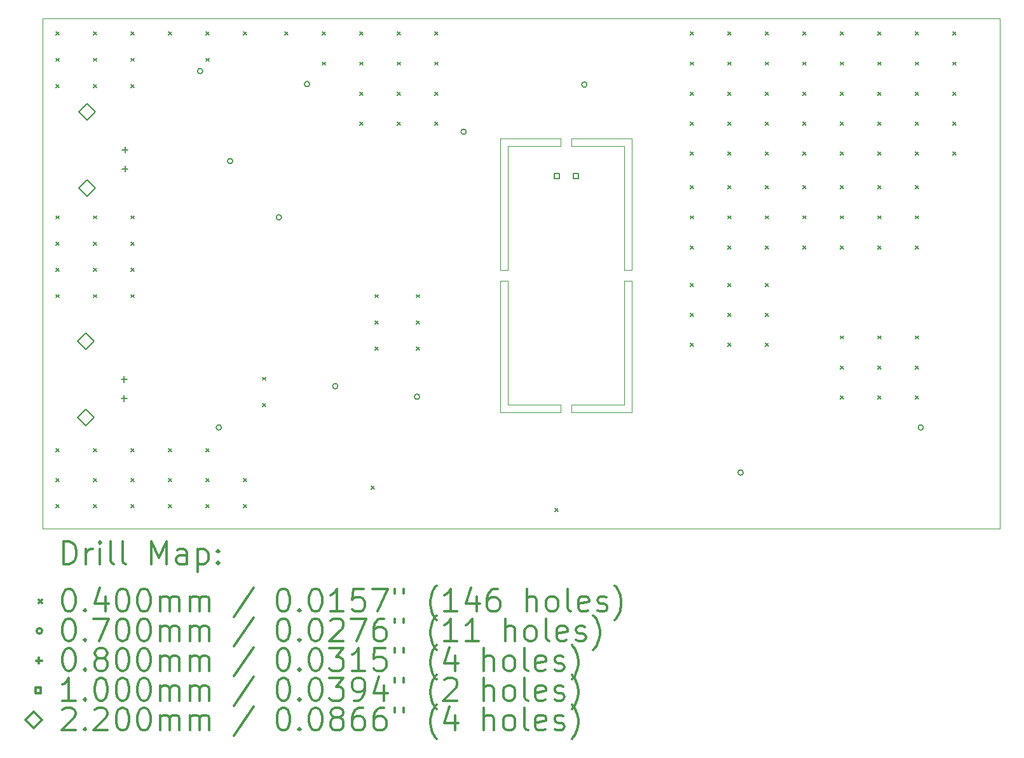
<source format=gbr>
%FSLAX45Y45*%
G04 Gerber Fmt 4.5, Leading zero omitted, Abs format (unit mm)*
G04 Created by KiCad (PCBNEW 5.1.12-unknown-nightly-202202221509) date 2022-06-26 13:05:55*
%MOMM*%
%LPD*%
G01*
G04 APERTURE LIST*
%TA.AperFunction,Profile*%
%ADD10C,0.100000*%
%TD*%
%ADD11C,0.200000*%
%ADD12C,0.300000*%
G04 APERTURE END LIST*
D10*
X15150000Y-9900000D02*
X14450000Y-9900000D01*
X14350000Y-10000000D02*
X15150000Y-10000000D01*
X14450000Y-8250000D02*
X14350000Y-8250000D01*
X15150000Y-10000000D02*
X15150000Y-9900000D01*
X14450000Y-9900000D02*
X14450000Y-8250000D01*
X14350000Y-8250000D02*
X14350000Y-10000000D01*
X16000000Y-6450000D02*
X16000000Y-8100000D01*
X15300000Y-6350000D02*
X15300000Y-6450000D01*
X16100000Y-6350000D02*
X15300000Y-6350000D01*
X16000000Y-8100000D02*
X16100000Y-8100000D01*
X16100000Y-8100000D02*
X16100000Y-6350000D01*
X15300000Y-6450000D02*
X16000000Y-6450000D01*
X16000000Y-9900000D02*
X16000000Y-8250000D01*
X15300000Y-10000000D02*
X15300000Y-9900000D01*
X15300000Y-9900000D02*
X16000000Y-9900000D01*
X16000000Y-8250000D02*
X16100000Y-8250000D01*
X16100000Y-8250000D02*
X16100000Y-10000000D01*
X16100000Y-10000000D02*
X15300000Y-10000000D01*
X15150000Y-6350000D02*
X15150000Y-6450000D01*
X14350000Y-6350000D02*
X15150000Y-6350000D01*
X14350000Y-8100000D02*
X14350000Y-6350000D01*
X14450000Y-8100000D02*
X14350000Y-8100000D01*
X14450000Y-6450000D02*
X14450000Y-8100000D01*
X15150000Y-6450000D02*
X14450000Y-6450000D01*
X21000000Y-4750000D02*
X21000000Y-11550000D01*
X8250000Y-4750000D02*
X21000000Y-4750000D01*
X8250000Y-11550000D02*
X8250000Y-4750000D01*
X21000000Y-11550000D02*
X8250000Y-11550000D01*
D11*
X8430000Y-4930000D02*
X8470000Y-4970000D01*
X8470000Y-4930000D02*
X8430000Y-4970000D01*
X8430000Y-5280000D02*
X8470000Y-5320000D01*
X8470000Y-5280000D02*
X8430000Y-5320000D01*
X8430000Y-5630000D02*
X8470000Y-5670000D01*
X8470000Y-5630000D02*
X8430000Y-5670000D01*
X8430000Y-7380000D02*
X8470000Y-7420000D01*
X8470000Y-7380000D02*
X8430000Y-7420000D01*
X8430000Y-7730000D02*
X8470000Y-7770000D01*
X8470000Y-7730000D02*
X8430000Y-7770000D01*
X8430000Y-8080000D02*
X8470000Y-8120000D01*
X8470000Y-8080000D02*
X8430000Y-8120000D01*
X8430000Y-8430000D02*
X8470000Y-8470000D01*
X8470000Y-8430000D02*
X8430000Y-8470000D01*
X8430000Y-10480000D02*
X8470000Y-10520000D01*
X8470000Y-10480000D02*
X8430000Y-10520000D01*
X8430000Y-10880000D02*
X8470000Y-10920000D01*
X8470000Y-10880000D02*
X8430000Y-10920000D01*
X8430000Y-11230000D02*
X8470000Y-11270000D01*
X8470000Y-11230000D02*
X8430000Y-11270000D01*
X8930000Y-4930000D02*
X8970000Y-4970000D01*
X8970000Y-4930000D02*
X8930000Y-4970000D01*
X8930000Y-5280000D02*
X8970000Y-5320000D01*
X8970000Y-5280000D02*
X8930000Y-5320000D01*
X8930000Y-5630000D02*
X8970000Y-5670000D01*
X8970000Y-5630000D02*
X8930000Y-5670000D01*
X8930000Y-7380000D02*
X8970000Y-7420000D01*
X8970000Y-7380000D02*
X8930000Y-7420000D01*
X8930000Y-7730000D02*
X8970000Y-7770000D01*
X8970000Y-7730000D02*
X8930000Y-7770000D01*
X8930000Y-8080000D02*
X8970000Y-8120000D01*
X8970000Y-8080000D02*
X8930000Y-8120000D01*
X8930000Y-8430000D02*
X8970000Y-8470000D01*
X8970000Y-8430000D02*
X8930000Y-8470000D01*
X8930000Y-10480000D02*
X8970000Y-10520000D01*
X8970000Y-10480000D02*
X8930000Y-10520000D01*
X8930000Y-10880000D02*
X8970000Y-10920000D01*
X8970000Y-10880000D02*
X8930000Y-10920000D01*
X8930000Y-11230000D02*
X8970000Y-11270000D01*
X8970000Y-11230000D02*
X8930000Y-11270000D01*
X9430000Y-4930000D02*
X9470000Y-4970000D01*
X9470000Y-4930000D02*
X9430000Y-4970000D01*
X9430000Y-5280000D02*
X9470000Y-5320000D01*
X9470000Y-5280000D02*
X9430000Y-5320000D01*
X9430000Y-5630000D02*
X9470000Y-5670000D01*
X9470000Y-5630000D02*
X9430000Y-5670000D01*
X9430000Y-7380000D02*
X9470000Y-7420000D01*
X9470000Y-7380000D02*
X9430000Y-7420000D01*
X9430000Y-7730000D02*
X9470000Y-7770000D01*
X9470000Y-7730000D02*
X9430000Y-7770000D01*
X9430000Y-8080000D02*
X9470000Y-8120000D01*
X9470000Y-8080000D02*
X9430000Y-8120000D01*
X9430000Y-8430000D02*
X9470000Y-8470000D01*
X9470000Y-8430000D02*
X9430000Y-8470000D01*
X9430000Y-10480000D02*
X9470000Y-10520000D01*
X9470000Y-10480000D02*
X9430000Y-10520000D01*
X9430000Y-10880000D02*
X9470000Y-10920000D01*
X9470000Y-10880000D02*
X9430000Y-10920000D01*
X9430000Y-11230000D02*
X9470000Y-11270000D01*
X9470000Y-11230000D02*
X9430000Y-11270000D01*
X9930000Y-4930000D02*
X9970000Y-4970000D01*
X9970000Y-4930000D02*
X9930000Y-4970000D01*
X9930000Y-10480000D02*
X9970000Y-10520000D01*
X9970000Y-10480000D02*
X9930000Y-10520000D01*
X9930000Y-10880000D02*
X9970000Y-10920000D01*
X9970000Y-10880000D02*
X9930000Y-10920000D01*
X9930000Y-11230000D02*
X9970000Y-11270000D01*
X9970000Y-11230000D02*
X9930000Y-11270000D01*
X10430000Y-4930000D02*
X10470000Y-4970000D01*
X10470000Y-4930000D02*
X10430000Y-4970000D01*
X10430000Y-5280000D02*
X10470000Y-5320000D01*
X10470000Y-5280000D02*
X10430000Y-5320000D01*
X10430000Y-10480000D02*
X10470000Y-10520000D01*
X10470000Y-10480000D02*
X10430000Y-10520000D01*
X10430000Y-10880000D02*
X10470000Y-10920000D01*
X10470000Y-10880000D02*
X10430000Y-10920000D01*
X10430000Y-11230000D02*
X10470000Y-11270000D01*
X10470000Y-11230000D02*
X10430000Y-11270000D01*
X10930000Y-4930000D02*
X10970000Y-4970000D01*
X10970000Y-4930000D02*
X10930000Y-4970000D01*
X10930000Y-10880000D02*
X10970000Y-10920000D01*
X10970000Y-10880000D02*
X10930000Y-10920000D01*
X10930000Y-11230000D02*
X10970000Y-11270000D01*
X10970000Y-11230000D02*
X10930000Y-11270000D01*
X11180000Y-9530000D02*
X11220000Y-9570000D01*
X11220000Y-9530000D02*
X11180000Y-9570000D01*
X11180000Y-9880000D02*
X11220000Y-9920000D01*
X11220000Y-9880000D02*
X11180000Y-9920000D01*
X11480000Y-4930000D02*
X11520000Y-4970000D01*
X11520000Y-4930000D02*
X11480000Y-4970000D01*
X11980000Y-4930000D02*
X12020000Y-4970000D01*
X12020000Y-4930000D02*
X11980000Y-4970000D01*
X11980000Y-5330000D02*
X12020000Y-5370000D01*
X12020000Y-5330000D02*
X11980000Y-5370000D01*
X12480000Y-4930000D02*
X12520000Y-4970000D01*
X12520000Y-4930000D02*
X12480000Y-4970000D01*
X12480000Y-5330000D02*
X12520000Y-5370000D01*
X12520000Y-5330000D02*
X12480000Y-5370000D01*
X12480000Y-5730000D02*
X12520000Y-5770000D01*
X12520000Y-5730000D02*
X12480000Y-5770000D01*
X12480000Y-6130000D02*
X12520000Y-6170000D01*
X12520000Y-6130000D02*
X12480000Y-6170000D01*
X12630000Y-10980000D02*
X12670000Y-11020000D01*
X12670000Y-10980000D02*
X12630000Y-11020000D01*
X12680000Y-8430000D02*
X12720000Y-8470000D01*
X12720000Y-8430000D02*
X12680000Y-8470000D01*
X12680000Y-8780000D02*
X12720000Y-8820000D01*
X12720000Y-8780000D02*
X12680000Y-8820000D01*
X12680000Y-9130000D02*
X12720000Y-9170000D01*
X12720000Y-9130000D02*
X12680000Y-9170000D01*
X12980000Y-4930000D02*
X13020000Y-4970000D01*
X13020000Y-4930000D02*
X12980000Y-4970000D01*
X12980000Y-5330000D02*
X13020000Y-5370000D01*
X13020000Y-5330000D02*
X12980000Y-5370000D01*
X12980000Y-5730000D02*
X13020000Y-5770000D01*
X13020000Y-5730000D02*
X12980000Y-5770000D01*
X12980000Y-6130000D02*
X13020000Y-6170000D01*
X13020000Y-6130000D02*
X12980000Y-6170000D01*
X13230000Y-8430000D02*
X13270000Y-8470000D01*
X13270000Y-8430000D02*
X13230000Y-8470000D01*
X13230000Y-8780000D02*
X13270000Y-8820000D01*
X13270000Y-8780000D02*
X13230000Y-8820000D01*
X13230000Y-9130000D02*
X13270000Y-9170000D01*
X13270000Y-9130000D02*
X13230000Y-9170000D01*
X13480000Y-4930000D02*
X13520000Y-4970000D01*
X13520000Y-4930000D02*
X13480000Y-4970000D01*
X13480000Y-5330000D02*
X13520000Y-5370000D01*
X13520000Y-5330000D02*
X13480000Y-5370000D01*
X13480000Y-5730000D02*
X13520000Y-5770000D01*
X13520000Y-5730000D02*
X13480000Y-5770000D01*
X13480000Y-6130000D02*
X13520000Y-6170000D01*
X13520000Y-6130000D02*
X13480000Y-6170000D01*
X15080000Y-11280000D02*
X15120000Y-11320000D01*
X15120000Y-11280000D02*
X15080000Y-11320000D01*
X16880000Y-4930000D02*
X16920000Y-4970000D01*
X16920000Y-4930000D02*
X16880000Y-4970000D01*
X16880000Y-5330000D02*
X16920000Y-5370000D01*
X16920000Y-5330000D02*
X16880000Y-5370000D01*
X16880000Y-5730000D02*
X16920000Y-5770000D01*
X16920000Y-5730000D02*
X16880000Y-5770000D01*
X16880000Y-6130000D02*
X16920000Y-6170000D01*
X16920000Y-6130000D02*
X16880000Y-6170000D01*
X16880000Y-6530000D02*
X16920000Y-6570000D01*
X16920000Y-6530000D02*
X16880000Y-6570000D01*
X16880000Y-6980000D02*
X16920000Y-7020000D01*
X16920000Y-6980000D02*
X16880000Y-7020000D01*
X16880000Y-7380000D02*
X16920000Y-7420000D01*
X16920000Y-7380000D02*
X16880000Y-7420000D01*
X16880000Y-7780000D02*
X16920000Y-7820000D01*
X16920000Y-7780000D02*
X16880000Y-7820000D01*
X16880000Y-8280000D02*
X16920000Y-8320000D01*
X16920000Y-8280000D02*
X16880000Y-8320000D01*
X16880000Y-8680000D02*
X16920000Y-8720000D01*
X16920000Y-8680000D02*
X16880000Y-8720000D01*
X16880000Y-9080000D02*
X16920000Y-9120000D01*
X16920000Y-9080000D02*
X16880000Y-9120000D01*
X17380000Y-4930000D02*
X17420000Y-4970000D01*
X17420000Y-4930000D02*
X17380000Y-4970000D01*
X17380000Y-5330000D02*
X17420000Y-5370000D01*
X17420000Y-5330000D02*
X17380000Y-5370000D01*
X17380000Y-5730000D02*
X17420000Y-5770000D01*
X17420000Y-5730000D02*
X17380000Y-5770000D01*
X17380000Y-6130000D02*
X17420000Y-6170000D01*
X17420000Y-6130000D02*
X17380000Y-6170000D01*
X17380000Y-6530000D02*
X17420000Y-6570000D01*
X17420000Y-6530000D02*
X17380000Y-6570000D01*
X17380000Y-6980000D02*
X17420000Y-7020000D01*
X17420000Y-6980000D02*
X17380000Y-7020000D01*
X17380000Y-7380000D02*
X17420000Y-7420000D01*
X17420000Y-7380000D02*
X17380000Y-7420000D01*
X17380000Y-7780000D02*
X17420000Y-7820000D01*
X17420000Y-7780000D02*
X17380000Y-7820000D01*
X17380000Y-8280000D02*
X17420000Y-8320000D01*
X17420000Y-8280000D02*
X17380000Y-8320000D01*
X17380000Y-8680000D02*
X17420000Y-8720000D01*
X17420000Y-8680000D02*
X17380000Y-8720000D01*
X17380000Y-9080000D02*
X17420000Y-9120000D01*
X17420000Y-9080000D02*
X17380000Y-9120000D01*
X17880000Y-4930000D02*
X17920000Y-4970000D01*
X17920000Y-4930000D02*
X17880000Y-4970000D01*
X17880000Y-5330000D02*
X17920000Y-5370000D01*
X17920000Y-5330000D02*
X17880000Y-5370000D01*
X17880000Y-5730000D02*
X17920000Y-5770000D01*
X17920000Y-5730000D02*
X17880000Y-5770000D01*
X17880000Y-6130000D02*
X17920000Y-6170000D01*
X17920000Y-6130000D02*
X17880000Y-6170000D01*
X17880000Y-6530000D02*
X17920000Y-6570000D01*
X17920000Y-6530000D02*
X17880000Y-6570000D01*
X17880000Y-6980000D02*
X17920000Y-7020000D01*
X17920000Y-6980000D02*
X17880000Y-7020000D01*
X17880000Y-7380000D02*
X17920000Y-7420000D01*
X17920000Y-7380000D02*
X17880000Y-7420000D01*
X17880000Y-7780000D02*
X17920000Y-7820000D01*
X17920000Y-7780000D02*
X17880000Y-7820000D01*
X17880000Y-8280000D02*
X17920000Y-8320000D01*
X17920000Y-8280000D02*
X17880000Y-8320000D01*
X17880000Y-8680000D02*
X17920000Y-8720000D01*
X17920000Y-8680000D02*
X17880000Y-8720000D01*
X17880000Y-9080000D02*
X17920000Y-9120000D01*
X17920000Y-9080000D02*
X17880000Y-9120000D01*
X18380000Y-4930000D02*
X18420000Y-4970000D01*
X18420000Y-4930000D02*
X18380000Y-4970000D01*
X18380000Y-5330000D02*
X18420000Y-5370000D01*
X18420000Y-5330000D02*
X18380000Y-5370000D01*
X18380000Y-5730000D02*
X18420000Y-5770000D01*
X18420000Y-5730000D02*
X18380000Y-5770000D01*
X18380000Y-6130000D02*
X18420000Y-6170000D01*
X18420000Y-6130000D02*
X18380000Y-6170000D01*
X18380000Y-6530000D02*
X18420000Y-6570000D01*
X18420000Y-6530000D02*
X18380000Y-6570000D01*
X18380000Y-6980000D02*
X18420000Y-7020000D01*
X18420000Y-6980000D02*
X18380000Y-7020000D01*
X18380000Y-7380000D02*
X18420000Y-7420000D01*
X18420000Y-7380000D02*
X18380000Y-7420000D01*
X18380000Y-7780000D02*
X18420000Y-7820000D01*
X18420000Y-7780000D02*
X18380000Y-7820000D01*
X18880000Y-4930000D02*
X18920000Y-4970000D01*
X18920000Y-4930000D02*
X18880000Y-4970000D01*
X18880000Y-5330000D02*
X18920000Y-5370000D01*
X18920000Y-5330000D02*
X18880000Y-5370000D01*
X18880000Y-5730000D02*
X18920000Y-5770000D01*
X18920000Y-5730000D02*
X18880000Y-5770000D01*
X18880000Y-6130000D02*
X18920000Y-6170000D01*
X18920000Y-6130000D02*
X18880000Y-6170000D01*
X18880000Y-6530000D02*
X18920000Y-6570000D01*
X18920000Y-6530000D02*
X18880000Y-6570000D01*
X18880000Y-6980000D02*
X18920000Y-7020000D01*
X18920000Y-6980000D02*
X18880000Y-7020000D01*
X18880000Y-7380000D02*
X18920000Y-7420000D01*
X18920000Y-7380000D02*
X18880000Y-7420000D01*
X18880000Y-7780000D02*
X18920000Y-7820000D01*
X18920000Y-7780000D02*
X18880000Y-7820000D01*
X18880000Y-8980000D02*
X18920000Y-9020000D01*
X18920000Y-8980000D02*
X18880000Y-9020000D01*
X18880000Y-9380000D02*
X18920000Y-9420000D01*
X18920000Y-9380000D02*
X18880000Y-9420000D01*
X18880000Y-9780000D02*
X18920000Y-9820000D01*
X18920000Y-9780000D02*
X18880000Y-9820000D01*
X19380000Y-4930000D02*
X19420000Y-4970000D01*
X19420000Y-4930000D02*
X19380000Y-4970000D01*
X19380000Y-5330000D02*
X19420000Y-5370000D01*
X19420000Y-5330000D02*
X19380000Y-5370000D01*
X19380000Y-5730000D02*
X19420000Y-5770000D01*
X19420000Y-5730000D02*
X19380000Y-5770000D01*
X19380000Y-6130000D02*
X19420000Y-6170000D01*
X19420000Y-6130000D02*
X19380000Y-6170000D01*
X19380000Y-6530000D02*
X19420000Y-6570000D01*
X19420000Y-6530000D02*
X19380000Y-6570000D01*
X19380000Y-6980000D02*
X19420000Y-7020000D01*
X19420000Y-6980000D02*
X19380000Y-7020000D01*
X19380000Y-7380000D02*
X19420000Y-7420000D01*
X19420000Y-7380000D02*
X19380000Y-7420000D01*
X19380000Y-7780000D02*
X19420000Y-7820000D01*
X19420000Y-7780000D02*
X19380000Y-7820000D01*
X19380000Y-8980000D02*
X19420000Y-9020000D01*
X19420000Y-8980000D02*
X19380000Y-9020000D01*
X19380000Y-9380000D02*
X19420000Y-9420000D01*
X19420000Y-9380000D02*
X19380000Y-9420000D01*
X19380000Y-9780000D02*
X19420000Y-9820000D01*
X19420000Y-9780000D02*
X19380000Y-9820000D01*
X19880000Y-4930000D02*
X19920000Y-4970000D01*
X19920000Y-4930000D02*
X19880000Y-4970000D01*
X19880000Y-5330000D02*
X19920000Y-5370000D01*
X19920000Y-5330000D02*
X19880000Y-5370000D01*
X19880000Y-5730000D02*
X19920000Y-5770000D01*
X19920000Y-5730000D02*
X19880000Y-5770000D01*
X19880000Y-6130000D02*
X19920000Y-6170000D01*
X19920000Y-6130000D02*
X19880000Y-6170000D01*
X19880000Y-6530000D02*
X19920000Y-6570000D01*
X19920000Y-6530000D02*
X19880000Y-6570000D01*
X19880000Y-6980000D02*
X19920000Y-7020000D01*
X19920000Y-6980000D02*
X19880000Y-7020000D01*
X19880000Y-7380000D02*
X19920000Y-7420000D01*
X19920000Y-7380000D02*
X19880000Y-7420000D01*
X19880000Y-7780000D02*
X19920000Y-7820000D01*
X19920000Y-7780000D02*
X19880000Y-7820000D01*
X19880000Y-8980000D02*
X19920000Y-9020000D01*
X19920000Y-8980000D02*
X19880000Y-9020000D01*
X19880000Y-9380000D02*
X19920000Y-9420000D01*
X19920000Y-9380000D02*
X19880000Y-9420000D01*
X19880000Y-9780000D02*
X19920000Y-9820000D01*
X19920000Y-9780000D02*
X19880000Y-9820000D01*
X20380000Y-4930000D02*
X20420000Y-4970000D01*
X20420000Y-4930000D02*
X20380000Y-4970000D01*
X20380000Y-5330000D02*
X20420000Y-5370000D01*
X20420000Y-5330000D02*
X20380000Y-5370000D01*
X20380000Y-5730000D02*
X20420000Y-5770000D01*
X20420000Y-5730000D02*
X20380000Y-5770000D01*
X20380000Y-6130000D02*
X20420000Y-6170000D01*
X20420000Y-6130000D02*
X20380000Y-6170000D01*
X20380000Y-6530000D02*
X20420000Y-6570000D01*
X20420000Y-6530000D02*
X20380000Y-6570000D01*
X10385000Y-5450000D02*
G75*
G03*
X10385000Y-5450000I-35000J0D01*
G01*
X10635000Y-10200000D02*
G75*
G03*
X10635000Y-10200000I-35000J0D01*
G01*
X10785000Y-6650000D02*
G75*
G03*
X10785000Y-6650000I-35000J0D01*
G01*
X11435000Y-7400000D02*
G75*
G03*
X11435000Y-7400000I-35000J0D01*
G01*
X11810000Y-5625000D02*
G75*
G03*
X11810000Y-5625000I-35000J0D01*
G01*
X12185000Y-9650000D02*
G75*
G03*
X12185000Y-9650000I-35000J0D01*
G01*
X13275030Y-9790030D02*
G75*
G03*
X13275030Y-9790030I-35000J0D01*
G01*
X13894600Y-6259600D02*
G75*
G03*
X13894600Y-6259600I-35000J0D01*
G01*
X15503786Y-5631214D02*
G75*
G03*
X15503786Y-5631214I-35000J0D01*
G01*
X17585000Y-10800000D02*
G75*
G03*
X17585000Y-10800000I-35000J0D01*
G01*
X19985000Y-10200000D02*
G75*
G03*
X19985000Y-10200000I-35000J0D01*
G01*
X9340000Y-9520000D02*
X9340000Y-9600000D01*
X9300000Y-9560000D02*
X9380000Y-9560000D01*
X9340000Y-9774000D02*
X9340000Y-9854000D01*
X9300000Y-9814000D02*
X9380000Y-9814000D01*
X9350000Y-6460000D02*
X9350000Y-6540000D01*
X9310000Y-6500000D02*
X9390000Y-6500000D01*
X9350000Y-6714000D02*
X9350000Y-6794000D01*
X9310000Y-6754000D02*
X9390000Y-6754000D01*
X15135356Y-6885356D02*
X15135356Y-6814644D01*
X15064644Y-6814644D01*
X15064644Y-6885356D01*
X15135356Y-6885356D01*
X15389356Y-6885356D02*
X15389356Y-6814644D01*
X15318644Y-6814644D01*
X15318644Y-6885356D01*
X15389356Y-6885356D01*
X8832000Y-9162000D02*
X8942000Y-9052000D01*
X8832000Y-8942000D01*
X8722000Y-9052000D01*
X8832000Y-9162000D01*
X8832000Y-10178000D02*
X8942000Y-10068000D01*
X8832000Y-9958000D01*
X8722000Y-10068000D01*
X8832000Y-10178000D01*
X8842000Y-6102000D02*
X8952000Y-5992000D01*
X8842000Y-5882000D01*
X8732000Y-5992000D01*
X8842000Y-6102000D01*
X8842000Y-7118000D02*
X8952000Y-7008000D01*
X8842000Y-6898000D01*
X8732000Y-7008000D01*
X8842000Y-7118000D01*
D12*
X8531428Y-12020714D02*
X8531428Y-11720714D01*
X8602857Y-11720714D01*
X8645714Y-11735000D01*
X8674286Y-11763571D01*
X8688571Y-11792143D01*
X8702857Y-11849286D01*
X8702857Y-11892143D01*
X8688571Y-11949286D01*
X8674286Y-11977857D01*
X8645714Y-12006429D01*
X8602857Y-12020714D01*
X8531428Y-12020714D01*
X8831428Y-12020714D02*
X8831428Y-11820714D01*
X8831428Y-11877857D02*
X8845714Y-11849286D01*
X8860000Y-11835000D01*
X8888571Y-11820714D01*
X8917143Y-11820714D01*
X9017143Y-12020714D02*
X9017143Y-11820714D01*
X9017143Y-11720714D02*
X9002857Y-11735000D01*
X9017143Y-11749286D01*
X9031428Y-11735000D01*
X9017143Y-11720714D01*
X9017143Y-11749286D01*
X9202857Y-12020714D02*
X9174286Y-12006429D01*
X9160000Y-11977857D01*
X9160000Y-11720714D01*
X9360000Y-12020714D02*
X9331428Y-12006429D01*
X9317143Y-11977857D01*
X9317143Y-11720714D01*
X9702857Y-12020714D02*
X9702857Y-11720714D01*
X9802857Y-11935000D01*
X9902857Y-11720714D01*
X9902857Y-12020714D01*
X10174286Y-12020714D02*
X10174286Y-11863571D01*
X10160000Y-11835000D01*
X10131428Y-11820714D01*
X10074286Y-11820714D01*
X10045714Y-11835000D01*
X10174286Y-12006429D02*
X10145714Y-12020714D01*
X10074286Y-12020714D01*
X10045714Y-12006429D01*
X10031428Y-11977857D01*
X10031428Y-11949286D01*
X10045714Y-11920714D01*
X10074286Y-11906429D01*
X10145714Y-11906429D01*
X10174286Y-11892143D01*
X10317143Y-11820714D02*
X10317143Y-12120714D01*
X10317143Y-11835000D02*
X10345714Y-11820714D01*
X10402857Y-11820714D01*
X10431428Y-11835000D01*
X10445714Y-11849286D01*
X10460000Y-11877857D01*
X10460000Y-11963571D01*
X10445714Y-11992143D01*
X10431428Y-12006429D01*
X10402857Y-12020714D01*
X10345714Y-12020714D01*
X10317143Y-12006429D01*
X10588571Y-11992143D02*
X10602857Y-12006429D01*
X10588571Y-12020714D01*
X10574286Y-12006429D01*
X10588571Y-11992143D01*
X10588571Y-12020714D01*
X10588571Y-11835000D02*
X10602857Y-11849286D01*
X10588571Y-11863571D01*
X10574286Y-11849286D01*
X10588571Y-11835000D01*
X10588571Y-11863571D01*
X8205000Y-12495000D02*
X8245000Y-12535000D01*
X8245000Y-12495000D02*
X8205000Y-12535000D01*
X8588571Y-12350714D02*
X8617143Y-12350714D01*
X8645714Y-12365000D01*
X8660000Y-12379286D01*
X8674286Y-12407857D01*
X8688571Y-12465000D01*
X8688571Y-12536429D01*
X8674286Y-12593571D01*
X8660000Y-12622143D01*
X8645714Y-12636429D01*
X8617143Y-12650714D01*
X8588571Y-12650714D01*
X8560000Y-12636429D01*
X8545714Y-12622143D01*
X8531428Y-12593571D01*
X8517143Y-12536429D01*
X8517143Y-12465000D01*
X8531428Y-12407857D01*
X8545714Y-12379286D01*
X8560000Y-12365000D01*
X8588571Y-12350714D01*
X8817143Y-12622143D02*
X8831428Y-12636429D01*
X8817143Y-12650714D01*
X8802857Y-12636429D01*
X8817143Y-12622143D01*
X8817143Y-12650714D01*
X9088571Y-12450714D02*
X9088571Y-12650714D01*
X9017143Y-12336429D02*
X8945714Y-12550714D01*
X9131428Y-12550714D01*
X9302857Y-12350714D02*
X9331428Y-12350714D01*
X9360000Y-12365000D01*
X9374286Y-12379286D01*
X9388571Y-12407857D01*
X9402857Y-12465000D01*
X9402857Y-12536429D01*
X9388571Y-12593571D01*
X9374286Y-12622143D01*
X9360000Y-12636429D01*
X9331428Y-12650714D01*
X9302857Y-12650714D01*
X9274286Y-12636429D01*
X9260000Y-12622143D01*
X9245714Y-12593571D01*
X9231428Y-12536429D01*
X9231428Y-12465000D01*
X9245714Y-12407857D01*
X9260000Y-12379286D01*
X9274286Y-12365000D01*
X9302857Y-12350714D01*
X9588571Y-12350714D02*
X9617143Y-12350714D01*
X9645714Y-12365000D01*
X9660000Y-12379286D01*
X9674286Y-12407857D01*
X9688571Y-12465000D01*
X9688571Y-12536429D01*
X9674286Y-12593571D01*
X9660000Y-12622143D01*
X9645714Y-12636429D01*
X9617143Y-12650714D01*
X9588571Y-12650714D01*
X9560000Y-12636429D01*
X9545714Y-12622143D01*
X9531428Y-12593571D01*
X9517143Y-12536429D01*
X9517143Y-12465000D01*
X9531428Y-12407857D01*
X9545714Y-12379286D01*
X9560000Y-12365000D01*
X9588571Y-12350714D01*
X9817143Y-12650714D02*
X9817143Y-12450714D01*
X9817143Y-12479286D02*
X9831428Y-12465000D01*
X9860000Y-12450714D01*
X9902857Y-12450714D01*
X9931428Y-12465000D01*
X9945714Y-12493571D01*
X9945714Y-12650714D01*
X9945714Y-12493571D02*
X9960000Y-12465000D01*
X9988571Y-12450714D01*
X10031428Y-12450714D01*
X10060000Y-12465000D01*
X10074286Y-12493571D01*
X10074286Y-12650714D01*
X10217143Y-12650714D02*
X10217143Y-12450714D01*
X10217143Y-12479286D02*
X10231428Y-12465000D01*
X10260000Y-12450714D01*
X10302857Y-12450714D01*
X10331428Y-12465000D01*
X10345714Y-12493571D01*
X10345714Y-12650714D01*
X10345714Y-12493571D02*
X10360000Y-12465000D01*
X10388571Y-12450714D01*
X10431428Y-12450714D01*
X10460000Y-12465000D01*
X10474286Y-12493571D01*
X10474286Y-12650714D01*
X11060000Y-12336429D02*
X10802857Y-12722143D01*
X11445714Y-12350714D02*
X11474286Y-12350714D01*
X11502857Y-12365000D01*
X11517143Y-12379286D01*
X11531428Y-12407857D01*
X11545714Y-12465000D01*
X11545714Y-12536429D01*
X11531428Y-12593571D01*
X11517143Y-12622143D01*
X11502857Y-12636429D01*
X11474286Y-12650714D01*
X11445714Y-12650714D01*
X11417143Y-12636429D01*
X11402857Y-12622143D01*
X11388571Y-12593571D01*
X11374286Y-12536429D01*
X11374286Y-12465000D01*
X11388571Y-12407857D01*
X11402857Y-12379286D01*
X11417143Y-12365000D01*
X11445714Y-12350714D01*
X11674286Y-12622143D02*
X11688571Y-12636429D01*
X11674286Y-12650714D01*
X11660000Y-12636429D01*
X11674286Y-12622143D01*
X11674286Y-12650714D01*
X11874286Y-12350714D02*
X11902857Y-12350714D01*
X11931428Y-12365000D01*
X11945714Y-12379286D01*
X11960000Y-12407857D01*
X11974286Y-12465000D01*
X11974286Y-12536429D01*
X11960000Y-12593571D01*
X11945714Y-12622143D01*
X11931428Y-12636429D01*
X11902857Y-12650714D01*
X11874286Y-12650714D01*
X11845714Y-12636429D01*
X11831428Y-12622143D01*
X11817143Y-12593571D01*
X11802857Y-12536429D01*
X11802857Y-12465000D01*
X11817143Y-12407857D01*
X11831428Y-12379286D01*
X11845714Y-12365000D01*
X11874286Y-12350714D01*
X12260000Y-12650714D02*
X12088571Y-12650714D01*
X12174286Y-12650714D02*
X12174286Y-12350714D01*
X12145714Y-12393571D01*
X12117143Y-12422143D01*
X12088571Y-12436429D01*
X12531428Y-12350714D02*
X12388571Y-12350714D01*
X12374286Y-12493571D01*
X12388571Y-12479286D01*
X12417143Y-12465000D01*
X12488571Y-12465000D01*
X12517143Y-12479286D01*
X12531428Y-12493571D01*
X12545714Y-12522143D01*
X12545714Y-12593571D01*
X12531428Y-12622143D01*
X12517143Y-12636429D01*
X12488571Y-12650714D01*
X12417143Y-12650714D01*
X12388571Y-12636429D01*
X12374286Y-12622143D01*
X12645714Y-12350714D02*
X12845714Y-12350714D01*
X12717143Y-12650714D01*
X12945714Y-12350714D02*
X12945714Y-12407857D01*
X13060000Y-12350714D02*
X13060000Y-12407857D01*
X13502857Y-12765000D02*
X13488571Y-12750714D01*
X13460000Y-12707857D01*
X13445714Y-12679286D01*
X13431428Y-12636429D01*
X13417143Y-12565000D01*
X13417143Y-12507857D01*
X13431428Y-12436429D01*
X13445714Y-12393571D01*
X13460000Y-12365000D01*
X13488571Y-12322143D01*
X13502857Y-12307857D01*
X13774286Y-12650714D02*
X13602857Y-12650714D01*
X13688571Y-12650714D02*
X13688571Y-12350714D01*
X13660000Y-12393571D01*
X13631428Y-12422143D01*
X13602857Y-12436429D01*
X14031428Y-12450714D02*
X14031428Y-12650714D01*
X13960000Y-12336429D02*
X13888571Y-12550714D01*
X14074286Y-12550714D01*
X14317143Y-12350714D02*
X14260000Y-12350714D01*
X14231428Y-12365000D01*
X14217143Y-12379286D01*
X14188571Y-12422143D01*
X14174286Y-12479286D01*
X14174286Y-12593571D01*
X14188571Y-12622143D01*
X14202857Y-12636429D01*
X14231428Y-12650714D01*
X14288571Y-12650714D01*
X14317143Y-12636429D01*
X14331428Y-12622143D01*
X14345714Y-12593571D01*
X14345714Y-12522143D01*
X14331428Y-12493571D01*
X14317143Y-12479286D01*
X14288571Y-12465000D01*
X14231428Y-12465000D01*
X14202857Y-12479286D01*
X14188571Y-12493571D01*
X14174286Y-12522143D01*
X14702857Y-12650714D02*
X14702857Y-12350714D01*
X14831428Y-12650714D02*
X14831428Y-12493571D01*
X14817143Y-12465000D01*
X14788571Y-12450714D01*
X14745714Y-12450714D01*
X14717143Y-12465000D01*
X14702857Y-12479286D01*
X15017143Y-12650714D02*
X14988571Y-12636429D01*
X14974286Y-12622143D01*
X14960000Y-12593571D01*
X14960000Y-12507857D01*
X14974286Y-12479286D01*
X14988571Y-12465000D01*
X15017143Y-12450714D01*
X15060000Y-12450714D01*
X15088571Y-12465000D01*
X15102857Y-12479286D01*
X15117143Y-12507857D01*
X15117143Y-12593571D01*
X15102857Y-12622143D01*
X15088571Y-12636429D01*
X15060000Y-12650714D01*
X15017143Y-12650714D01*
X15288571Y-12650714D02*
X15260000Y-12636429D01*
X15245714Y-12607857D01*
X15245714Y-12350714D01*
X15517143Y-12636429D02*
X15488571Y-12650714D01*
X15431428Y-12650714D01*
X15402857Y-12636429D01*
X15388571Y-12607857D01*
X15388571Y-12493571D01*
X15402857Y-12465000D01*
X15431428Y-12450714D01*
X15488571Y-12450714D01*
X15517143Y-12465000D01*
X15531428Y-12493571D01*
X15531428Y-12522143D01*
X15388571Y-12550714D01*
X15645714Y-12636429D02*
X15674286Y-12650714D01*
X15731428Y-12650714D01*
X15760000Y-12636429D01*
X15774286Y-12607857D01*
X15774286Y-12593571D01*
X15760000Y-12565000D01*
X15731428Y-12550714D01*
X15688571Y-12550714D01*
X15660000Y-12536429D01*
X15645714Y-12507857D01*
X15645714Y-12493571D01*
X15660000Y-12465000D01*
X15688571Y-12450714D01*
X15731428Y-12450714D01*
X15760000Y-12465000D01*
X15874286Y-12765000D02*
X15888571Y-12750714D01*
X15917143Y-12707857D01*
X15931428Y-12679286D01*
X15945714Y-12636429D01*
X15960000Y-12565000D01*
X15960000Y-12507857D01*
X15945714Y-12436429D01*
X15931428Y-12393571D01*
X15917143Y-12365000D01*
X15888571Y-12322143D01*
X15874286Y-12307857D01*
X8245000Y-12911000D02*
G75*
G03*
X8245000Y-12911000I-35000J0D01*
G01*
X8588571Y-12746714D02*
X8617143Y-12746714D01*
X8645714Y-12761000D01*
X8660000Y-12775286D01*
X8674286Y-12803857D01*
X8688571Y-12861000D01*
X8688571Y-12932429D01*
X8674286Y-12989571D01*
X8660000Y-13018143D01*
X8645714Y-13032429D01*
X8617143Y-13046714D01*
X8588571Y-13046714D01*
X8560000Y-13032429D01*
X8545714Y-13018143D01*
X8531428Y-12989571D01*
X8517143Y-12932429D01*
X8517143Y-12861000D01*
X8531428Y-12803857D01*
X8545714Y-12775286D01*
X8560000Y-12761000D01*
X8588571Y-12746714D01*
X8817143Y-13018143D02*
X8831428Y-13032429D01*
X8817143Y-13046714D01*
X8802857Y-13032429D01*
X8817143Y-13018143D01*
X8817143Y-13046714D01*
X8931428Y-12746714D02*
X9131428Y-12746714D01*
X9002857Y-13046714D01*
X9302857Y-12746714D02*
X9331428Y-12746714D01*
X9360000Y-12761000D01*
X9374286Y-12775286D01*
X9388571Y-12803857D01*
X9402857Y-12861000D01*
X9402857Y-12932429D01*
X9388571Y-12989571D01*
X9374286Y-13018143D01*
X9360000Y-13032429D01*
X9331428Y-13046714D01*
X9302857Y-13046714D01*
X9274286Y-13032429D01*
X9260000Y-13018143D01*
X9245714Y-12989571D01*
X9231428Y-12932429D01*
X9231428Y-12861000D01*
X9245714Y-12803857D01*
X9260000Y-12775286D01*
X9274286Y-12761000D01*
X9302857Y-12746714D01*
X9588571Y-12746714D02*
X9617143Y-12746714D01*
X9645714Y-12761000D01*
X9660000Y-12775286D01*
X9674286Y-12803857D01*
X9688571Y-12861000D01*
X9688571Y-12932429D01*
X9674286Y-12989571D01*
X9660000Y-13018143D01*
X9645714Y-13032429D01*
X9617143Y-13046714D01*
X9588571Y-13046714D01*
X9560000Y-13032429D01*
X9545714Y-13018143D01*
X9531428Y-12989571D01*
X9517143Y-12932429D01*
X9517143Y-12861000D01*
X9531428Y-12803857D01*
X9545714Y-12775286D01*
X9560000Y-12761000D01*
X9588571Y-12746714D01*
X9817143Y-13046714D02*
X9817143Y-12846714D01*
X9817143Y-12875286D02*
X9831428Y-12861000D01*
X9860000Y-12846714D01*
X9902857Y-12846714D01*
X9931428Y-12861000D01*
X9945714Y-12889571D01*
X9945714Y-13046714D01*
X9945714Y-12889571D02*
X9960000Y-12861000D01*
X9988571Y-12846714D01*
X10031428Y-12846714D01*
X10060000Y-12861000D01*
X10074286Y-12889571D01*
X10074286Y-13046714D01*
X10217143Y-13046714D02*
X10217143Y-12846714D01*
X10217143Y-12875286D02*
X10231428Y-12861000D01*
X10260000Y-12846714D01*
X10302857Y-12846714D01*
X10331428Y-12861000D01*
X10345714Y-12889571D01*
X10345714Y-13046714D01*
X10345714Y-12889571D02*
X10360000Y-12861000D01*
X10388571Y-12846714D01*
X10431428Y-12846714D01*
X10460000Y-12861000D01*
X10474286Y-12889571D01*
X10474286Y-13046714D01*
X11060000Y-12732429D02*
X10802857Y-13118143D01*
X11445714Y-12746714D02*
X11474286Y-12746714D01*
X11502857Y-12761000D01*
X11517143Y-12775286D01*
X11531428Y-12803857D01*
X11545714Y-12861000D01*
X11545714Y-12932429D01*
X11531428Y-12989571D01*
X11517143Y-13018143D01*
X11502857Y-13032429D01*
X11474286Y-13046714D01*
X11445714Y-13046714D01*
X11417143Y-13032429D01*
X11402857Y-13018143D01*
X11388571Y-12989571D01*
X11374286Y-12932429D01*
X11374286Y-12861000D01*
X11388571Y-12803857D01*
X11402857Y-12775286D01*
X11417143Y-12761000D01*
X11445714Y-12746714D01*
X11674286Y-13018143D02*
X11688571Y-13032429D01*
X11674286Y-13046714D01*
X11660000Y-13032429D01*
X11674286Y-13018143D01*
X11674286Y-13046714D01*
X11874286Y-12746714D02*
X11902857Y-12746714D01*
X11931428Y-12761000D01*
X11945714Y-12775286D01*
X11960000Y-12803857D01*
X11974286Y-12861000D01*
X11974286Y-12932429D01*
X11960000Y-12989571D01*
X11945714Y-13018143D01*
X11931428Y-13032429D01*
X11902857Y-13046714D01*
X11874286Y-13046714D01*
X11845714Y-13032429D01*
X11831428Y-13018143D01*
X11817143Y-12989571D01*
X11802857Y-12932429D01*
X11802857Y-12861000D01*
X11817143Y-12803857D01*
X11831428Y-12775286D01*
X11845714Y-12761000D01*
X11874286Y-12746714D01*
X12088571Y-12775286D02*
X12102857Y-12761000D01*
X12131428Y-12746714D01*
X12202857Y-12746714D01*
X12231428Y-12761000D01*
X12245714Y-12775286D01*
X12260000Y-12803857D01*
X12260000Y-12832429D01*
X12245714Y-12875286D01*
X12074286Y-13046714D01*
X12260000Y-13046714D01*
X12360000Y-12746714D02*
X12560000Y-12746714D01*
X12431428Y-13046714D01*
X12802857Y-12746714D02*
X12745714Y-12746714D01*
X12717143Y-12761000D01*
X12702857Y-12775286D01*
X12674286Y-12818143D01*
X12660000Y-12875286D01*
X12660000Y-12989571D01*
X12674286Y-13018143D01*
X12688571Y-13032429D01*
X12717143Y-13046714D01*
X12774286Y-13046714D01*
X12802857Y-13032429D01*
X12817143Y-13018143D01*
X12831428Y-12989571D01*
X12831428Y-12918143D01*
X12817143Y-12889571D01*
X12802857Y-12875286D01*
X12774286Y-12861000D01*
X12717143Y-12861000D01*
X12688571Y-12875286D01*
X12674286Y-12889571D01*
X12660000Y-12918143D01*
X12945714Y-12746714D02*
X12945714Y-12803857D01*
X13060000Y-12746714D02*
X13060000Y-12803857D01*
X13502857Y-13161000D02*
X13488571Y-13146714D01*
X13460000Y-13103857D01*
X13445714Y-13075286D01*
X13431428Y-13032429D01*
X13417143Y-12961000D01*
X13417143Y-12903857D01*
X13431428Y-12832429D01*
X13445714Y-12789571D01*
X13460000Y-12761000D01*
X13488571Y-12718143D01*
X13502857Y-12703857D01*
X13774286Y-13046714D02*
X13602857Y-13046714D01*
X13688571Y-13046714D02*
X13688571Y-12746714D01*
X13660000Y-12789571D01*
X13631428Y-12818143D01*
X13602857Y-12832429D01*
X14060000Y-13046714D02*
X13888571Y-13046714D01*
X13974286Y-13046714D02*
X13974286Y-12746714D01*
X13945714Y-12789571D01*
X13917143Y-12818143D01*
X13888571Y-12832429D01*
X14417143Y-13046714D02*
X14417143Y-12746714D01*
X14545714Y-13046714D02*
X14545714Y-12889571D01*
X14531428Y-12861000D01*
X14502857Y-12846714D01*
X14460000Y-12846714D01*
X14431428Y-12861000D01*
X14417143Y-12875286D01*
X14731428Y-13046714D02*
X14702857Y-13032429D01*
X14688571Y-13018143D01*
X14674286Y-12989571D01*
X14674286Y-12903857D01*
X14688571Y-12875286D01*
X14702857Y-12861000D01*
X14731428Y-12846714D01*
X14774286Y-12846714D01*
X14802857Y-12861000D01*
X14817143Y-12875286D01*
X14831428Y-12903857D01*
X14831428Y-12989571D01*
X14817143Y-13018143D01*
X14802857Y-13032429D01*
X14774286Y-13046714D01*
X14731428Y-13046714D01*
X15002857Y-13046714D02*
X14974286Y-13032429D01*
X14960000Y-13003857D01*
X14960000Y-12746714D01*
X15231428Y-13032429D02*
X15202857Y-13046714D01*
X15145714Y-13046714D01*
X15117143Y-13032429D01*
X15102857Y-13003857D01*
X15102857Y-12889571D01*
X15117143Y-12861000D01*
X15145714Y-12846714D01*
X15202857Y-12846714D01*
X15231428Y-12861000D01*
X15245714Y-12889571D01*
X15245714Y-12918143D01*
X15102857Y-12946714D01*
X15360000Y-13032429D02*
X15388571Y-13046714D01*
X15445714Y-13046714D01*
X15474286Y-13032429D01*
X15488571Y-13003857D01*
X15488571Y-12989571D01*
X15474286Y-12961000D01*
X15445714Y-12946714D01*
X15402857Y-12946714D01*
X15374286Y-12932429D01*
X15360000Y-12903857D01*
X15360000Y-12889571D01*
X15374286Y-12861000D01*
X15402857Y-12846714D01*
X15445714Y-12846714D01*
X15474286Y-12861000D01*
X15588571Y-13161000D02*
X15602857Y-13146714D01*
X15631428Y-13103857D01*
X15645714Y-13075286D01*
X15660000Y-13032429D01*
X15674286Y-12961000D01*
X15674286Y-12903857D01*
X15660000Y-12832429D01*
X15645714Y-12789571D01*
X15631428Y-12761000D01*
X15602857Y-12718143D01*
X15588571Y-12703857D01*
X8205000Y-13267000D02*
X8205000Y-13347000D01*
X8165000Y-13307000D02*
X8245000Y-13307000D01*
X8588571Y-13142714D02*
X8617143Y-13142714D01*
X8645714Y-13157000D01*
X8660000Y-13171286D01*
X8674286Y-13199857D01*
X8688571Y-13257000D01*
X8688571Y-13328429D01*
X8674286Y-13385571D01*
X8660000Y-13414143D01*
X8645714Y-13428429D01*
X8617143Y-13442714D01*
X8588571Y-13442714D01*
X8560000Y-13428429D01*
X8545714Y-13414143D01*
X8531428Y-13385571D01*
X8517143Y-13328429D01*
X8517143Y-13257000D01*
X8531428Y-13199857D01*
X8545714Y-13171286D01*
X8560000Y-13157000D01*
X8588571Y-13142714D01*
X8817143Y-13414143D02*
X8831428Y-13428429D01*
X8817143Y-13442714D01*
X8802857Y-13428429D01*
X8817143Y-13414143D01*
X8817143Y-13442714D01*
X9002857Y-13271286D02*
X8974286Y-13257000D01*
X8960000Y-13242714D01*
X8945714Y-13214143D01*
X8945714Y-13199857D01*
X8960000Y-13171286D01*
X8974286Y-13157000D01*
X9002857Y-13142714D01*
X9060000Y-13142714D01*
X9088571Y-13157000D01*
X9102857Y-13171286D01*
X9117143Y-13199857D01*
X9117143Y-13214143D01*
X9102857Y-13242714D01*
X9088571Y-13257000D01*
X9060000Y-13271286D01*
X9002857Y-13271286D01*
X8974286Y-13285571D01*
X8960000Y-13299857D01*
X8945714Y-13328429D01*
X8945714Y-13385571D01*
X8960000Y-13414143D01*
X8974286Y-13428429D01*
X9002857Y-13442714D01*
X9060000Y-13442714D01*
X9088571Y-13428429D01*
X9102857Y-13414143D01*
X9117143Y-13385571D01*
X9117143Y-13328429D01*
X9102857Y-13299857D01*
X9088571Y-13285571D01*
X9060000Y-13271286D01*
X9302857Y-13142714D02*
X9331428Y-13142714D01*
X9360000Y-13157000D01*
X9374286Y-13171286D01*
X9388571Y-13199857D01*
X9402857Y-13257000D01*
X9402857Y-13328429D01*
X9388571Y-13385571D01*
X9374286Y-13414143D01*
X9360000Y-13428429D01*
X9331428Y-13442714D01*
X9302857Y-13442714D01*
X9274286Y-13428429D01*
X9260000Y-13414143D01*
X9245714Y-13385571D01*
X9231428Y-13328429D01*
X9231428Y-13257000D01*
X9245714Y-13199857D01*
X9260000Y-13171286D01*
X9274286Y-13157000D01*
X9302857Y-13142714D01*
X9588571Y-13142714D02*
X9617143Y-13142714D01*
X9645714Y-13157000D01*
X9660000Y-13171286D01*
X9674286Y-13199857D01*
X9688571Y-13257000D01*
X9688571Y-13328429D01*
X9674286Y-13385571D01*
X9660000Y-13414143D01*
X9645714Y-13428429D01*
X9617143Y-13442714D01*
X9588571Y-13442714D01*
X9560000Y-13428429D01*
X9545714Y-13414143D01*
X9531428Y-13385571D01*
X9517143Y-13328429D01*
X9517143Y-13257000D01*
X9531428Y-13199857D01*
X9545714Y-13171286D01*
X9560000Y-13157000D01*
X9588571Y-13142714D01*
X9817143Y-13442714D02*
X9817143Y-13242714D01*
X9817143Y-13271286D02*
X9831428Y-13257000D01*
X9860000Y-13242714D01*
X9902857Y-13242714D01*
X9931428Y-13257000D01*
X9945714Y-13285571D01*
X9945714Y-13442714D01*
X9945714Y-13285571D02*
X9960000Y-13257000D01*
X9988571Y-13242714D01*
X10031428Y-13242714D01*
X10060000Y-13257000D01*
X10074286Y-13285571D01*
X10074286Y-13442714D01*
X10217143Y-13442714D02*
X10217143Y-13242714D01*
X10217143Y-13271286D02*
X10231428Y-13257000D01*
X10260000Y-13242714D01*
X10302857Y-13242714D01*
X10331428Y-13257000D01*
X10345714Y-13285571D01*
X10345714Y-13442714D01*
X10345714Y-13285571D02*
X10360000Y-13257000D01*
X10388571Y-13242714D01*
X10431428Y-13242714D01*
X10460000Y-13257000D01*
X10474286Y-13285571D01*
X10474286Y-13442714D01*
X11060000Y-13128429D02*
X10802857Y-13514143D01*
X11445714Y-13142714D02*
X11474286Y-13142714D01*
X11502857Y-13157000D01*
X11517143Y-13171286D01*
X11531428Y-13199857D01*
X11545714Y-13257000D01*
X11545714Y-13328429D01*
X11531428Y-13385571D01*
X11517143Y-13414143D01*
X11502857Y-13428429D01*
X11474286Y-13442714D01*
X11445714Y-13442714D01*
X11417143Y-13428429D01*
X11402857Y-13414143D01*
X11388571Y-13385571D01*
X11374286Y-13328429D01*
X11374286Y-13257000D01*
X11388571Y-13199857D01*
X11402857Y-13171286D01*
X11417143Y-13157000D01*
X11445714Y-13142714D01*
X11674286Y-13414143D02*
X11688571Y-13428429D01*
X11674286Y-13442714D01*
X11660000Y-13428429D01*
X11674286Y-13414143D01*
X11674286Y-13442714D01*
X11874286Y-13142714D02*
X11902857Y-13142714D01*
X11931428Y-13157000D01*
X11945714Y-13171286D01*
X11960000Y-13199857D01*
X11974286Y-13257000D01*
X11974286Y-13328429D01*
X11960000Y-13385571D01*
X11945714Y-13414143D01*
X11931428Y-13428429D01*
X11902857Y-13442714D01*
X11874286Y-13442714D01*
X11845714Y-13428429D01*
X11831428Y-13414143D01*
X11817143Y-13385571D01*
X11802857Y-13328429D01*
X11802857Y-13257000D01*
X11817143Y-13199857D01*
X11831428Y-13171286D01*
X11845714Y-13157000D01*
X11874286Y-13142714D01*
X12074286Y-13142714D02*
X12260000Y-13142714D01*
X12160000Y-13257000D01*
X12202857Y-13257000D01*
X12231428Y-13271286D01*
X12245714Y-13285571D01*
X12260000Y-13314143D01*
X12260000Y-13385571D01*
X12245714Y-13414143D01*
X12231428Y-13428429D01*
X12202857Y-13442714D01*
X12117143Y-13442714D01*
X12088571Y-13428429D01*
X12074286Y-13414143D01*
X12545714Y-13442714D02*
X12374286Y-13442714D01*
X12460000Y-13442714D02*
X12460000Y-13142714D01*
X12431428Y-13185571D01*
X12402857Y-13214143D01*
X12374286Y-13228429D01*
X12817143Y-13142714D02*
X12674286Y-13142714D01*
X12660000Y-13285571D01*
X12674286Y-13271286D01*
X12702857Y-13257000D01*
X12774286Y-13257000D01*
X12802857Y-13271286D01*
X12817143Y-13285571D01*
X12831428Y-13314143D01*
X12831428Y-13385571D01*
X12817143Y-13414143D01*
X12802857Y-13428429D01*
X12774286Y-13442714D01*
X12702857Y-13442714D01*
X12674286Y-13428429D01*
X12660000Y-13414143D01*
X12945714Y-13142714D02*
X12945714Y-13199857D01*
X13060000Y-13142714D02*
X13060000Y-13199857D01*
X13502857Y-13557000D02*
X13488571Y-13542714D01*
X13460000Y-13499857D01*
X13445714Y-13471286D01*
X13431428Y-13428429D01*
X13417143Y-13357000D01*
X13417143Y-13299857D01*
X13431428Y-13228429D01*
X13445714Y-13185571D01*
X13460000Y-13157000D01*
X13488571Y-13114143D01*
X13502857Y-13099857D01*
X13745714Y-13242714D02*
X13745714Y-13442714D01*
X13674286Y-13128429D02*
X13602857Y-13342714D01*
X13788571Y-13342714D01*
X14131428Y-13442714D02*
X14131428Y-13142714D01*
X14260000Y-13442714D02*
X14260000Y-13285571D01*
X14245714Y-13257000D01*
X14217143Y-13242714D01*
X14174286Y-13242714D01*
X14145714Y-13257000D01*
X14131428Y-13271286D01*
X14445714Y-13442714D02*
X14417143Y-13428429D01*
X14402857Y-13414143D01*
X14388571Y-13385571D01*
X14388571Y-13299857D01*
X14402857Y-13271286D01*
X14417143Y-13257000D01*
X14445714Y-13242714D01*
X14488571Y-13242714D01*
X14517143Y-13257000D01*
X14531428Y-13271286D01*
X14545714Y-13299857D01*
X14545714Y-13385571D01*
X14531428Y-13414143D01*
X14517143Y-13428429D01*
X14488571Y-13442714D01*
X14445714Y-13442714D01*
X14717143Y-13442714D02*
X14688571Y-13428429D01*
X14674286Y-13399857D01*
X14674286Y-13142714D01*
X14945714Y-13428429D02*
X14917143Y-13442714D01*
X14860000Y-13442714D01*
X14831428Y-13428429D01*
X14817143Y-13399857D01*
X14817143Y-13285571D01*
X14831428Y-13257000D01*
X14860000Y-13242714D01*
X14917143Y-13242714D01*
X14945714Y-13257000D01*
X14960000Y-13285571D01*
X14960000Y-13314143D01*
X14817143Y-13342714D01*
X15074286Y-13428429D02*
X15102857Y-13442714D01*
X15160000Y-13442714D01*
X15188571Y-13428429D01*
X15202857Y-13399857D01*
X15202857Y-13385571D01*
X15188571Y-13357000D01*
X15160000Y-13342714D01*
X15117143Y-13342714D01*
X15088571Y-13328429D01*
X15074286Y-13299857D01*
X15074286Y-13285571D01*
X15088571Y-13257000D01*
X15117143Y-13242714D01*
X15160000Y-13242714D01*
X15188571Y-13257000D01*
X15302857Y-13557000D02*
X15317143Y-13542714D01*
X15345714Y-13499857D01*
X15360000Y-13471286D01*
X15374286Y-13428429D01*
X15388571Y-13357000D01*
X15388571Y-13299857D01*
X15374286Y-13228429D01*
X15360000Y-13185571D01*
X15345714Y-13157000D01*
X15317143Y-13114143D01*
X15302857Y-13099857D01*
X8230356Y-13738356D02*
X8230356Y-13667644D01*
X8159644Y-13667644D01*
X8159644Y-13738356D01*
X8230356Y-13738356D01*
X8688571Y-13838714D02*
X8517143Y-13838714D01*
X8602857Y-13838714D02*
X8602857Y-13538714D01*
X8574286Y-13581571D01*
X8545714Y-13610143D01*
X8517143Y-13624429D01*
X8817143Y-13810143D02*
X8831428Y-13824429D01*
X8817143Y-13838714D01*
X8802857Y-13824429D01*
X8817143Y-13810143D01*
X8817143Y-13838714D01*
X9017143Y-13538714D02*
X9045714Y-13538714D01*
X9074286Y-13553000D01*
X9088571Y-13567286D01*
X9102857Y-13595857D01*
X9117143Y-13653000D01*
X9117143Y-13724429D01*
X9102857Y-13781571D01*
X9088571Y-13810143D01*
X9074286Y-13824429D01*
X9045714Y-13838714D01*
X9017143Y-13838714D01*
X8988571Y-13824429D01*
X8974286Y-13810143D01*
X8960000Y-13781571D01*
X8945714Y-13724429D01*
X8945714Y-13653000D01*
X8960000Y-13595857D01*
X8974286Y-13567286D01*
X8988571Y-13553000D01*
X9017143Y-13538714D01*
X9302857Y-13538714D02*
X9331428Y-13538714D01*
X9360000Y-13553000D01*
X9374286Y-13567286D01*
X9388571Y-13595857D01*
X9402857Y-13653000D01*
X9402857Y-13724429D01*
X9388571Y-13781571D01*
X9374286Y-13810143D01*
X9360000Y-13824429D01*
X9331428Y-13838714D01*
X9302857Y-13838714D01*
X9274286Y-13824429D01*
X9260000Y-13810143D01*
X9245714Y-13781571D01*
X9231428Y-13724429D01*
X9231428Y-13653000D01*
X9245714Y-13595857D01*
X9260000Y-13567286D01*
X9274286Y-13553000D01*
X9302857Y-13538714D01*
X9588571Y-13538714D02*
X9617143Y-13538714D01*
X9645714Y-13553000D01*
X9660000Y-13567286D01*
X9674286Y-13595857D01*
X9688571Y-13653000D01*
X9688571Y-13724429D01*
X9674286Y-13781571D01*
X9660000Y-13810143D01*
X9645714Y-13824429D01*
X9617143Y-13838714D01*
X9588571Y-13838714D01*
X9560000Y-13824429D01*
X9545714Y-13810143D01*
X9531428Y-13781571D01*
X9517143Y-13724429D01*
X9517143Y-13653000D01*
X9531428Y-13595857D01*
X9545714Y-13567286D01*
X9560000Y-13553000D01*
X9588571Y-13538714D01*
X9817143Y-13838714D02*
X9817143Y-13638714D01*
X9817143Y-13667286D02*
X9831428Y-13653000D01*
X9860000Y-13638714D01*
X9902857Y-13638714D01*
X9931428Y-13653000D01*
X9945714Y-13681571D01*
X9945714Y-13838714D01*
X9945714Y-13681571D02*
X9960000Y-13653000D01*
X9988571Y-13638714D01*
X10031428Y-13638714D01*
X10060000Y-13653000D01*
X10074286Y-13681571D01*
X10074286Y-13838714D01*
X10217143Y-13838714D02*
X10217143Y-13638714D01*
X10217143Y-13667286D02*
X10231428Y-13653000D01*
X10260000Y-13638714D01*
X10302857Y-13638714D01*
X10331428Y-13653000D01*
X10345714Y-13681571D01*
X10345714Y-13838714D01*
X10345714Y-13681571D02*
X10360000Y-13653000D01*
X10388571Y-13638714D01*
X10431428Y-13638714D01*
X10460000Y-13653000D01*
X10474286Y-13681571D01*
X10474286Y-13838714D01*
X11060000Y-13524429D02*
X10802857Y-13910143D01*
X11445714Y-13538714D02*
X11474286Y-13538714D01*
X11502857Y-13553000D01*
X11517143Y-13567286D01*
X11531428Y-13595857D01*
X11545714Y-13653000D01*
X11545714Y-13724429D01*
X11531428Y-13781571D01*
X11517143Y-13810143D01*
X11502857Y-13824429D01*
X11474286Y-13838714D01*
X11445714Y-13838714D01*
X11417143Y-13824429D01*
X11402857Y-13810143D01*
X11388571Y-13781571D01*
X11374286Y-13724429D01*
X11374286Y-13653000D01*
X11388571Y-13595857D01*
X11402857Y-13567286D01*
X11417143Y-13553000D01*
X11445714Y-13538714D01*
X11674286Y-13810143D02*
X11688571Y-13824429D01*
X11674286Y-13838714D01*
X11660000Y-13824429D01*
X11674286Y-13810143D01*
X11674286Y-13838714D01*
X11874286Y-13538714D02*
X11902857Y-13538714D01*
X11931428Y-13553000D01*
X11945714Y-13567286D01*
X11960000Y-13595857D01*
X11974286Y-13653000D01*
X11974286Y-13724429D01*
X11960000Y-13781571D01*
X11945714Y-13810143D01*
X11931428Y-13824429D01*
X11902857Y-13838714D01*
X11874286Y-13838714D01*
X11845714Y-13824429D01*
X11831428Y-13810143D01*
X11817143Y-13781571D01*
X11802857Y-13724429D01*
X11802857Y-13653000D01*
X11817143Y-13595857D01*
X11831428Y-13567286D01*
X11845714Y-13553000D01*
X11874286Y-13538714D01*
X12074286Y-13538714D02*
X12260000Y-13538714D01*
X12160000Y-13653000D01*
X12202857Y-13653000D01*
X12231428Y-13667286D01*
X12245714Y-13681571D01*
X12260000Y-13710143D01*
X12260000Y-13781571D01*
X12245714Y-13810143D01*
X12231428Y-13824429D01*
X12202857Y-13838714D01*
X12117143Y-13838714D01*
X12088571Y-13824429D01*
X12074286Y-13810143D01*
X12402857Y-13838714D02*
X12460000Y-13838714D01*
X12488571Y-13824429D01*
X12502857Y-13810143D01*
X12531428Y-13767286D01*
X12545714Y-13710143D01*
X12545714Y-13595857D01*
X12531428Y-13567286D01*
X12517143Y-13553000D01*
X12488571Y-13538714D01*
X12431428Y-13538714D01*
X12402857Y-13553000D01*
X12388571Y-13567286D01*
X12374286Y-13595857D01*
X12374286Y-13667286D01*
X12388571Y-13695857D01*
X12402857Y-13710143D01*
X12431428Y-13724429D01*
X12488571Y-13724429D01*
X12517143Y-13710143D01*
X12531428Y-13695857D01*
X12545714Y-13667286D01*
X12802857Y-13638714D02*
X12802857Y-13838714D01*
X12731428Y-13524429D02*
X12660000Y-13738714D01*
X12845714Y-13738714D01*
X12945714Y-13538714D02*
X12945714Y-13595857D01*
X13060000Y-13538714D02*
X13060000Y-13595857D01*
X13502857Y-13953000D02*
X13488571Y-13938714D01*
X13460000Y-13895857D01*
X13445714Y-13867286D01*
X13431428Y-13824429D01*
X13417143Y-13753000D01*
X13417143Y-13695857D01*
X13431428Y-13624429D01*
X13445714Y-13581571D01*
X13460000Y-13553000D01*
X13488571Y-13510143D01*
X13502857Y-13495857D01*
X13602857Y-13567286D02*
X13617143Y-13553000D01*
X13645714Y-13538714D01*
X13717143Y-13538714D01*
X13745714Y-13553000D01*
X13760000Y-13567286D01*
X13774286Y-13595857D01*
X13774286Y-13624429D01*
X13760000Y-13667286D01*
X13588571Y-13838714D01*
X13774286Y-13838714D01*
X14131428Y-13838714D02*
X14131428Y-13538714D01*
X14260000Y-13838714D02*
X14260000Y-13681571D01*
X14245714Y-13653000D01*
X14217143Y-13638714D01*
X14174286Y-13638714D01*
X14145714Y-13653000D01*
X14131428Y-13667286D01*
X14445714Y-13838714D02*
X14417143Y-13824429D01*
X14402857Y-13810143D01*
X14388571Y-13781571D01*
X14388571Y-13695857D01*
X14402857Y-13667286D01*
X14417143Y-13653000D01*
X14445714Y-13638714D01*
X14488571Y-13638714D01*
X14517143Y-13653000D01*
X14531428Y-13667286D01*
X14545714Y-13695857D01*
X14545714Y-13781571D01*
X14531428Y-13810143D01*
X14517143Y-13824429D01*
X14488571Y-13838714D01*
X14445714Y-13838714D01*
X14717143Y-13838714D02*
X14688571Y-13824429D01*
X14674286Y-13795857D01*
X14674286Y-13538714D01*
X14945714Y-13824429D02*
X14917143Y-13838714D01*
X14860000Y-13838714D01*
X14831428Y-13824429D01*
X14817143Y-13795857D01*
X14817143Y-13681571D01*
X14831428Y-13653000D01*
X14860000Y-13638714D01*
X14917143Y-13638714D01*
X14945714Y-13653000D01*
X14960000Y-13681571D01*
X14960000Y-13710143D01*
X14817143Y-13738714D01*
X15074286Y-13824429D02*
X15102857Y-13838714D01*
X15160000Y-13838714D01*
X15188571Y-13824429D01*
X15202857Y-13795857D01*
X15202857Y-13781571D01*
X15188571Y-13753000D01*
X15160000Y-13738714D01*
X15117143Y-13738714D01*
X15088571Y-13724429D01*
X15074286Y-13695857D01*
X15074286Y-13681571D01*
X15088571Y-13653000D01*
X15117143Y-13638714D01*
X15160000Y-13638714D01*
X15188571Y-13653000D01*
X15302857Y-13953000D02*
X15317143Y-13938714D01*
X15345714Y-13895857D01*
X15360000Y-13867286D01*
X15374286Y-13824429D01*
X15388571Y-13753000D01*
X15388571Y-13695857D01*
X15374286Y-13624429D01*
X15360000Y-13581571D01*
X15345714Y-13553000D01*
X15317143Y-13510143D01*
X15302857Y-13495857D01*
X8135000Y-14209000D02*
X8245000Y-14099000D01*
X8135000Y-13989000D01*
X8025000Y-14099000D01*
X8135000Y-14209000D01*
X8517143Y-13963286D02*
X8531428Y-13949000D01*
X8560000Y-13934714D01*
X8631428Y-13934714D01*
X8660000Y-13949000D01*
X8674286Y-13963286D01*
X8688571Y-13991857D01*
X8688571Y-14020429D01*
X8674286Y-14063286D01*
X8502857Y-14234714D01*
X8688571Y-14234714D01*
X8817143Y-14206143D02*
X8831428Y-14220429D01*
X8817143Y-14234714D01*
X8802857Y-14220429D01*
X8817143Y-14206143D01*
X8817143Y-14234714D01*
X8945714Y-13963286D02*
X8960000Y-13949000D01*
X8988571Y-13934714D01*
X9060000Y-13934714D01*
X9088571Y-13949000D01*
X9102857Y-13963286D01*
X9117143Y-13991857D01*
X9117143Y-14020429D01*
X9102857Y-14063286D01*
X8931428Y-14234714D01*
X9117143Y-14234714D01*
X9302857Y-13934714D02*
X9331428Y-13934714D01*
X9360000Y-13949000D01*
X9374286Y-13963286D01*
X9388571Y-13991857D01*
X9402857Y-14049000D01*
X9402857Y-14120429D01*
X9388571Y-14177571D01*
X9374286Y-14206143D01*
X9360000Y-14220429D01*
X9331428Y-14234714D01*
X9302857Y-14234714D01*
X9274286Y-14220429D01*
X9260000Y-14206143D01*
X9245714Y-14177571D01*
X9231428Y-14120429D01*
X9231428Y-14049000D01*
X9245714Y-13991857D01*
X9260000Y-13963286D01*
X9274286Y-13949000D01*
X9302857Y-13934714D01*
X9588571Y-13934714D02*
X9617143Y-13934714D01*
X9645714Y-13949000D01*
X9660000Y-13963286D01*
X9674286Y-13991857D01*
X9688571Y-14049000D01*
X9688571Y-14120429D01*
X9674286Y-14177571D01*
X9660000Y-14206143D01*
X9645714Y-14220429D01*
X9617143Y-14234714D01*
X9588571Y-14234714D01*
X9560000Y-14220429D01*
X9545714Y-14206143D01*
X9531428Y-14177571D01*
X9517143Y-14120429D01*
X9517143Y-14049000D01*
X9531428Y-13991857D01*
X9545714Y-13963286D01*
X9560000Y-13949000D01*
X9588571Y-13934714D01*
X9817143Y-14234714D02*
X9817143Y-14034714D01*
X9817143Y-14063286D02*
X9831428Y-14049000D01*
X9860000Y-14034714D01*
X9902857Y-14034714D01*
X9931428Y-14049000D01*
X9945714Y-14077571D01*
X9945714Y-14234714D01*
X9945714Y-14077571D02*
X9960000Y-14049000D01*
X9988571Y-14034714D01*
X10031428Y-14034714D01*
X10060000Y-14049000D01*
X10074286Y-14077571D01*
X10074286Y-14234714D01*
X10217143Y-14234714D02*
X10217143Y-14034714D01*
X10217143Y-14063286D02*
X10231428Y-14049000D01*
X10260000Y-14034714D01*
X10302857Y-14034714D01*
X10331428Y-14049000D01*
X10345714Y-14077571D01*
X10345714Y-14234714D01*
X10345714Y-14077571D02*
X10360000Y-14049000D01*
X10388571Y-14034714D01*
X10431428Y-14034714D01*
X10460000Y-14049000D01*
X10474286Y-14077571D01*
X10474286Y-14234714D01*
X11060000Y-13920429D02*
X10802857Y-14306143D01*
X11445714Y-13934714D02*
X11474286Y-13934714D01*
X11502857Y-13949000D01*
X11517143Y-13963286D01*
X11531428Y-13991857D01*
X11545714Y-14049000D01*
X11545714Y-14120429D01*
X11531428Y-14177571D01*
X11517143Y-14206143D01*
X11502857Y-14220429D01*
X11474286Y-14234714D01*
X11445714Y-14234714D01*
X11417143Y-14220429D01*
X11402857Y-14206143D01*
X11388571Y-14177571D01*
X11374286Y-14120429D01*
X11374286Y-14049000D01*
X11388571Y-13991857D01*
X11402857Y-13963286D01*
X11417143Y-13949000D01*
X11445714Y-13934714D01*
X11674286Y-14206143D02*
X11688571Y-14220429D01*
X11674286Y-14234714D01*
X11660000Y-14220429D01*
X11674286Y-14206143D01*
X11674286Y-14234714D01*
X11874286Y-13934714D02*
X11902857Y-13934714D01*
X11931428Y-13949000D01*
X11945714Y-13963286D01*
X11960000Y-13991857D01*
X11974286Y-14049000D01*
X11974286Y-14120429D01*
X11960000Y-14177571D01*
X11945714Y-14206143D01*
X11931428Y-14220429D01*
X11902857Y-14234714D01*
X11874286Y-14234714D01*
X11845714Y-14220429D01*
X11831428Y-14206143D01*
X11817143Y-14177571D01*
X11802857Y-14120429D01*
X11802857Y-14049000D01*
X11817143Y-13991857D01*
X11831428Y-13963286D01*
X11845714Y-13949000D01*
X11874286Y-13934714D01*
X12145714Y-14063286D02*
X12117143Y-14049000D01*
X12102857Y-14034714D01*
X12088571Y-14006143D01*
X12088571Y-13991857D01*
X12102857Y-13963286D01*
X12117143Y-13949000D01*
X12145714Y-13934714D01*
X12202857Y-13934714D01*
X12231428Y-13949000D01*
X12245714Y-13963286D01*
X12260000Y-13991857D01*
X12260000Y-14006143D01*
X12245714Y-14034714D01*
X12231428Y-14049000D01*
X12202857Y-14063286D01*
X12145714Y-14063286D01*
X12117143Y-14077571D01*
X12102857Y-14091857D01*
X12088571Y-14120429D01*
X12088571Y-14177571D01*
X12102857Y-14206143D01*
X12117143Y-14220429D01*
X12145714Y-14234714D01*
X12202857Y-14234714D01*
X12231428Y-14220429D01*
X12245714Y-14206143D01*
X12260000Y-14177571D01*
X12260000Y-14120429D01*
X12245714Y-14091857D01*
X12231428Y-14077571D01*
X12202857Y-14063286D01*
X12517143Y-13934714D02*
X12460000Y-13934714D01*
X12431428Y-13949000D01*
X12417143Y-13963286D01*
X12388571Y-14006143D01*
X12374286Y-14063286D01*
X12374286Y-14177571D01*
X12388571Y-14206143D01*
X12402857Y-14220429D01*
X12431428Y-14234714D01*
X12488571Y-14234714D01*
X12517143Y-14220429D01*
X12531428Y-14206143D01*
X12545714Y-14177571D01*
X12545714Y-14106143D01*
X12531428Y-14077571D01*
X12517143Y-14063286D01*
X12488571Y-14049000D01*
X12431428Y-14049000D01*
X12402857Y-14063286D01*
X12388571Y-14077571D01*
X12374286Y-14106143D01*
X12802857Y-13934714D02*
X12745714Y-13934714D01*
X12717143Y-13949000D01*
X12702857Y-13963286D01*
X12674286Y-14006143D01*
X12660000Y-14063286D01*
X12660000Y-14177571D01*
X12674286Y-14206143D01*
X12688571Y-14220429D01*
X12717143Y-14234714D01*
X12774286Y-14234714D01*
X12802857Y-14220429D01*
X12817143Y-14206143D01*
X12831428Y-14177571D01*
X12831428Y-14106143D01*
X12817143Y-14077571D01*
X12802857Y-14063286D01*
X12774286Y-14049000D01*
X12717143Y-14049000D01*
X12688571Y-14063286D01*
X12674286Y-14077571D01*
X12660000Y-14106143D01*
X12945714Y-13934714D02*
X12945714Y-13991857D01*
X13060000Y-13934714D02*
X13060000Y-13991857D01*
X13502857Y-14349000D02*
X13488571Y-14334714D01*
X13460000Y-14291857D01*
X13445714Y-14263286D01*
X13431428Y-14220429D01*
X13417143Y-14149000D01*
X13417143Y-14091857D01*
X13431428Y-14020429D01*
X13445714Y-13977571D01*
X13460000Y-13949000D01*
X13488571Y-13906143D01*
X13502857Y-13891857D01*
X13745714Y-14034714D02*
X13745714Y-14234714D01*
X13674286Y-13920429D02*
X13602857Y-14134714D01*
X13788571Y-14134714D01*
X14131428Y-14234714D02*
X14131428Y-13934714D01*
X14260000Y-14234714D02*
X14260000Y-14077571D01*
X14245714Y-14049000D01*
X14217143Y-14034714D01*
X14174286Y-14034714D01*
X14145714Y-14049000D01*
X14131428Y-14063286D01*
X14445714Y-14234714D02*
X14417143Y-14220429D01*
X14402857Y-14206143D01*
X14388571Y-14177571D01*
X14388571Y-14091857D01*
X14402857Y-14063286D01*
X14417143Y-14049000D01*
X14445714Y-14034714D01*
X14488571Y-14034714D01*
X14517143Y-14049000D01*
X14531428Y-14063286D01*
X14545714Y-14091857D01*
X14545714Y-14177571D01*
X14531428Y-14206143D01*
X14517143Y-14220429D01*
X14488571Y-14234714D01*
X14445714Y-14234714D01*
X14717143Y-14234714D02*
X14688571Y-14220429D01*
X14674286Y-14191857D01*
X14674286Y-13934714D01*
X14945714Y-14220429D02*
X14917143Y-14234714D01*
X14860000Y-14234714D01*
X14831428Y-14220429D01*
X14817143Y-14191857D01*
X14817143Y-14077571D01*
X14831428Y-14049000D01*
X14860000Y-14034714D01*
X14917143Y-14034714D01*
X14945714Y-14049000D01*
X14960000Y-14077571D01*
X14960000Y-14106143D01*
X14817143Y-14134714D01*
X15074286Y-14220429D02*
X15102857Y-14234714D01*
X15160000Y-14234714D01*
X15188571Y-14220429D01*
X15202857Y-14191857D01*
X15202857Y-14177571D01*
X15188571Y-14149000D01*
X15160000Y-14134714D01*
X15117143Y-14134714D01*
X15088571Y-14120429D01*
X15074286Y-14091857D01*
X15074286Y-14077571D01*
X15088571Y-14049000D01*
X15117143Y-14034714D01*
X15160000Y-14034714D01*
X15188571Y-14049000D01*
X15302857Y-14349000D02*
X15317143Y-14334714D01*
X15345714Y-14291857D01*
X15360000Y-14263286D01*
X15374286Y-14220429D01*
X15388571Y-14149000D01*
X15388571Y-14091857D01*
X15374286Y-14020429D01*
X15360000Y-13977571D01*
X15345714Y-13949000D01*
X15317143Y-13906143D01*
X15302857Y-13891857D01*
M02*

</source>
